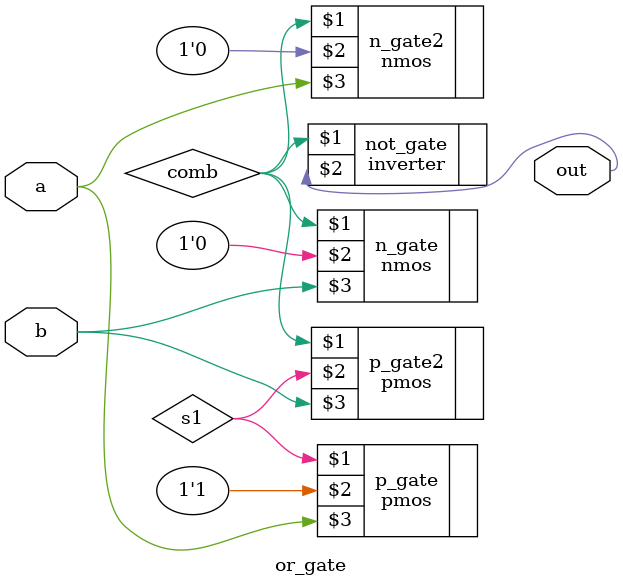
<source format=v>
module or_gate (
  input a,
  input b,
  output out 
);
  wire s1;
  wire comb;
  pmos #(2) p_gate (s1, 1'b1, a);
  pmos #(2) p_gate2 (comb, s1, b);
  nmos #(1) n_gate (comb, 1'b0, b);
  nmos #(1) n_gate2 (comb, 1'b0, a);
  inverter not_gate (comb, out);

endmodule // 
</source>
